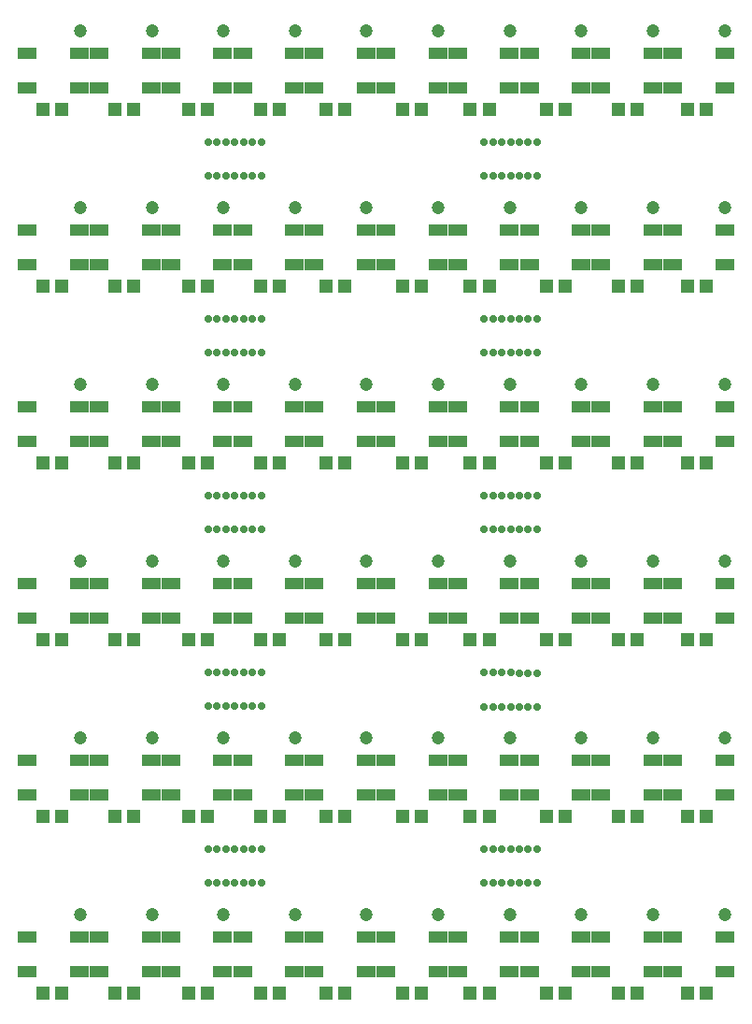
<source format=gts>
G04*
G04 #@! TF.GenerationSoftware,Altium Limited,Altium Designer,20.1.12 (249)*
G04*
G04 Layer_Color=8388736*
%FSLAX25Y25*%
%MOIN*%
G70*
G04*
G04 #@! TF.SameCoordinates,880ED213-D7CF-42DA-8A1E-0FEEA66E8632*
G04*
G04*
G04 #@! TF.FilePolarity,Negative*
G04*
G01*
G75*
%ADD25C,0.04737*%
%ADD26R,0.06706X0.04343*%
%ADD27R,0.05131X0.04737*%
%ADD28C,0.02769*%
D25*
X150175Y39764D02*
D03*
X175722D02*
D03*
X201269D02*
D03*
X226815D02*
D03*
X124628D02*
D03*
X22441D02*
D03*
X47988D02*
D03*
X73535D02*
D03*
X99081D02*
D03*
X252362D02*
D03*
X150175Y102756D02*
D03*
X175722D02*
D03*
X201269D02*
D03*
X226815D02*
D03*
X124628D02*
D03*
X22441D02*
D03*
X47988D02*
D03*
X73535D02*
D03*
X99081D02*
D03*
X252362D02*
D03*
X150175Y165748D02*
D03*
X175722D02*
D03*
X201269D02*
D03*
X226815D02*
D03*
X124628D02*
D03*
X22441D02*
D03*
X47988D02*
D03*
X73535D02*
D03*
X99081D02*
D03*
X252362D02*
D03*
X150175Y228740D02*
D03*
X175722D02*
D03*
X201269D02*
D03*
X226815D02*
D03*
X124628D02*
D03*
X22441D02*
D03*
X47988D02*
D03*
X73535D02*
D03*
X99081D02*
D03*
X252362D02*
D03*
X150175Y291732D02*
D03*
X175722D02*
D03*
X201269D02*
D03*
X226815D02*
D03*
X124628D02*
D03*
X22441D02*
D03*
X47988D02*
D03*
X73535D02*
D03*
X99081D02*
D03*
X252362D02*
D03*
X150175Y354724D02*
D03*
X175722D02*
D03*
X201269D02*
D03*
X226815D02*
D03*
X124628D02*
D03*
X22441D02*
D03*
X47988D02*
D03*
X73535D02*
D03*
X99081D02*
D03*
X252362D02*
D03*
D26*
X208268Y31890D02*
D03*
Y19291D02*
D03*
X226772D02*
D03*
Y31890D02*
D03*
X182677D02*
D03*
Y19291D02*
D03*
X201181D02*
D03*
Y31890D02*
D03*
X157087D02*
D03*
Y19291D02*
D03*
X175591D02*
D03*
Y31890D02*
D03*
X131496D02*
D03*
Y19291D02*
D03*
X150000D02*
D03*
Y31890D02*
D03*
X105905D02*
D03*
Y19291D02*
D03*
X124409D02*
D03*
Y31890D02*
D03*
X80315D02*
D03*
Y19291D02*
D03*
X98819D02*
D03*
Y31890D02*
D03*
X54724D02*
D03*
Y19291D02*
D03*
X73228D02*
D03*
Y31890D02*
D03*
X29134D02*
D03*
Y19291D02*
D03*
X47638D02*
D03*
Y31890D02*
D03*
X233858D02*
D03*
Y19291D02*
D03*
X252362D02*
D03*
Y31890D02*
D03*
X3543D02*
D03*
Y19291D02*
D03*
X22047D02*
D03*
Y31890D02*
D03*
X208268Y94882D02*
D03*
Y82284D02*
D03*
X226772D02*
D03*
Y94882D02*
D03*
X182677D02*
D03*
Y82284D02*
D03*
X201181D02*
D03*
Y94882D02*
D03*
X157087D02*
D03*
Y82284D02*
D03*
X175591D02*
D03*
Y94882D02*
D03*
X131496D02*
D03*
Y82284D02*
D03*
X150000D02*
D03*
Y94882D02*
D03*
X105905D02*
D03*
Y82284D02*
D03*
X124409D02*
D03*
Y94882D02*
D03*
X80315D02*
D03*
Y82284D02*
D03*
X98819D02*
D03*
Y94882D02*
D03*
X54724D02*
D03*
Y82284D02*
D03*
X73228D02*
D03*
Y94882D02*
D03*
X29134D02*
D03*
Y82284D02*
D03*
X47638D02*
D03*
Y94882D02*
D03*
X233858D02*
D03*
Y82284D02*
D03*
X252362D02*
D03*
Y94882D02*
D03*
X3543D02*
D03*
Y82284D02*
D03*
X22047D02*
D03*
Y94882D02*
D03*
X208268Y157874D02*
D03*
Y145276D02*
D03*
X226772D02*
D03*
Y157874D02*
D03*
X182677D02*
D03*
Y145276D02*
D03*
X201181D02*
D03*
Y157874D02*
D03*
X157087D02*
D03*
Y145276D02*
D03*
X175591D02*
D03*
Y157874D02*
D03*
X131496D02*
D03*
Y145276D02*
D03*
X150000D02*
D03*
Y157874D02*
D03*
X105905D02*
D03*
Y145276D02*
D03*
X124409D02*
D03*
Y157874D02*
D03*
X80315D02*
D03*
Y145276D02*
D03*
X98819D02*
D03*
Y157874D02*
D03*
X54724D02*
D03*
Y145276D02*
D03*
X73228D02*
D03*
Y157874D02*
D03*
X29134D02*
D03*
Y145276D02*
D03*
X47638D02*
D03*
Y157874D02*
D03*
X233858D02*
D03*
Y145276D02*
D03*
X252362D02*
D03*
Y157874D02*
D03*
X3543D02*
D03*
Y145276D02*
D03*
X22047D02*
D03*
Y157874D02*
D03*
X208268Y220866D02*
D03*
Y208268D02*
D03*
X226772D02*
D03*
Y220866D02*
D03*
X182677D02*
D03*
Y208268D02*
D03*
X201181D02*
D03*
Y220866D02*
D03*
X157087D02*
D03*
Y208268D02*
D03*
X175591D02*
D03*
Y220866D02*
D03*
X131496D02*
D03*
Y208268D02*
D03*
X150000D02*
D03*
Y220866D02*
D03*
X105905D02*
D03*
Y208268D02*
D03*
X124409D02*
D03*
Y220866D02*
D03*
X80315D02*
D03*
Y208268D02*
D03*
X98819D02*
D03*
Y220866D02*
D03*
X54724D02*
D03*
Y208268D02*
D03*
X73228D02*
D03*
Y220866D02*
D03*
X29134D02*
D03*
Y208268D02*
D03*
X47638D02*
D03*
Y220866D02*
D03*
X233858D02*
D03*
Y208268D02*
D03*
X252362D02*
D03*
Y220866D02*
D03*
X3543D02*
D03*
Y208268D02*
D03*
X22047D02*
D03*
Y220866D02*
D03*
X208268Y283858D02*
D03*
Y271260D02*
D03*
X226772D02*
D03*
Y283858D02*
D03*
X182677D02*
D03*
Y271260D02*
D03*
X201181D02*
D03*
Y283858D02*
D03*
X157087D02*
D03*
Y271260D02*
D03*
X175591D02*
D03*
Y283858D02*
D03*
X131496D02*
D03*
Y271260D02*
D03*
X150000D02*
D03*
Y283858D02*
D03*
X105905D02*
D03*
Y271260D02*
D03*
X124409D02*
D03*
Y283858D02*
D03*
X80315D02*
D03*
Y271260D02*
D03*
X98819D02*
D03*
Y283858D02*
D03*
X54724D02*
D03*
Y271260D02*
D03*
X73228D02*
D03*
Y283858D02*
D03*
X29134D02*
D03*
Y271260D02*
D03*
X47638D02*
D03*
Y283858D02*
D03*
X233858D02*
D03*
Y271260D02*
D03*
X252362D02*
D03*
Y283858D02*
D03*
X3543D02*
D03*
Y271260D02*
D03*
X22047D02*
D03*
Y283858D02*
D03*
X208268Y346850D02*
D03*
Y334252D02*
D03*
X226772D02*
D03*
Y346850D02*
D03*
X182677D02*
D03*
Y334252D02*
D03*
X201181D02*
D03*
Y346850D02*
D03*
X157087D02*
D03*
Y334252D02*
D03*
X175591D02*
D03*
Y346850D02*
D03*
X131496D02*
D03*
Y334252D02*
D03*
X150000D02*
D03*
Y346850D02*
D03*
X105905D02*
D03*
Y334252D02*
D03*
X124409D02*
D03*
Y346850D02*
D03*
X80315D02*
D03*
Y334252D02*
D03*
X98819D02*
D03*
Y346850D02*
D03*
X54724D02*
D03*
Y334252D02*
D03*
X73228D02*
D03*
Y346850D02*
D03*
X29134D02*
D03*
Y334252D02*
D03*
X47638D02*
D03*
Y346850D02*
D03*
X233858D02*
D03*
Y334252D02*
D03*
X252362D02*
D03*
Y346850D02*
D03*
X3543D02*
D03*
Y334252D02*
D03*
X22047D02*
D03*
Y346850D02*
D03*
D27*
X214370Y11811D02*
D03*
X221063D02*
D03*
X188779D02*
D03*
X195472D02*
D03*
X239173D02*
D03*
X245866D02*
D03*
X161614D02*
D03*
X168307D02*
D03*
X137598D02*
D03*
X144291D02*
D03*
X110039D02*
D03*
X116732D02*
D03*
X86811D02*
D03*
X93504D02*
D03*
X61221D02*
D03*
X67913D02*
D03*
X34843D02*
D03*
X41535D02*
D03*
X9252D02*
D03*
X15945D02*
D03*
X214370Y74803D02*
D03*
X221063D02*
D03*
X188779D02*
D03*
X195472D02*
D03*
X239173D02*
D03*
X245866D02*
D03*
X161614D02*
D03*
X168307D02*
D03*
X137598D02*
D03*
X144291D02*
D03*
X110039D02*
D03*
X116732D02*
D03*
X86811D02*
D03*
X93504D02*
D03*
X61221D02*
D03*
X67913D02*
D03*
X34843D02*
D03*
X41535D02*
D03*
X9252D02*
D03*
X15945D02*
D03*
X214370Y137795D02*
D03*
X221063D02*
D03*
X188779D02*
D03*
X195472D02*
D03*
X239173D02*
D03*
X245866D02*
D03*
X161614D02*
D03*
X168307D02*
D03*
X137598D02*
D03*
X144291D02*
D03*
X110039D02*
D03*
X116732D02*
D03*
X86811D02*
D03*
X93504D02*
D03*
X61221D02*
D03*
X67913D02*
D03*
X34843D02*
D03*
X41535D02*
D03*
X9252D02*
D03*
X15945D02*
D03*
X214370Y200787D02*
D03*
X221063D02*
D03*
X188779D02*
D03*
X195472D02*
D03*
X239173D02*
D03*
X245866D02*
D03*
X161614D02*
D03*
X168307D02*
D03*
X137598D02*
D03*
X144291D02*
D03*
X110039D02*
D03*
X116732D02*
D03*
X86811D02*
D03*
X93504D02*
D03*
X61221D02*
D03*
X67913D02*
D03*
X34843D02*
D03*
X41535D02*
D03*
X9252D02*
D03*
X15945D02*
D03*
X214370Y263779D02*
D03*
X221063D02*
D03*
X188779D02*
D03*
X195472D02*
D03*
X239173D02*
D03*
X245866D02*
D03*
X161614D02*
D03*
X168307D02*
D03*
X137598D02*
D03*
X144291D02*
D03*
X110039D02*
D03*
X116732D02*
D03*
X86811D02*
D03*
X93504D02*
D03*
X61221D02*
D03*
X67913D02*
D03*
X34843D02*
D03*
X41535D02*
D03*
X9252D02*
D03*
X15945D02*
D03*
X214370Y326772D02*
D03*
X221063D02*
D03*
X188779D02*
D03*
X195472D02*
D03*
X239173D02*
D03*
X245866D02*
D03*
X161614D02*
D03*
X168307D02*
D03*
X137598D02*
D03*
X144291D02*
D03*
X110039D02*
D03*
X116732D02*
D03*
X86811D02*
D03*
X93504D02*
D03*
X61221D02*
D03*
X67913D02*
D03*
X34843D02*
D03*
X41535D02*
D03*
X9252D02*
D03*
X15945D02*
D03*
D28*
X179134Y62992D02*
D03*
X182283D02*
D03*
X185433D02*
D03*
X179134Y51181D02*
D03*
X182283D02*
D03*
X185433D02*
D03*
X80709Y62992D02*
D03*
X83858D02*
D03*
X87008D02*
D03*
X80709Y51181D02*
D03*
X83858D02*
D03*
X87008D02*
D03*
X80709Y125984D02*
D03*
X83858D02*
D03*
X87008D02*
D03*
X80709Y114173D02*
D03*
X83858D02*
D03*
X87008D02*
D03*
X179140Y125695D02*
D03*
X182290D02*
D03*
X185439D02*
D03*
X179140Y113884D02*
D03*
X182290D02*
D03*
X185439D02*
D03*
X179134Y188976D02*
D03*
X182283D02*
D03*
X185433D02*
D03*
X179134Y177165D02*
D03*
X182283D02*
D03*
X185433D02*
D03*
X80709Y188976D02*
D03*
X83858D02*
D03*
X87008D02*
D03*
X80709Y177165D02*
D03*
X83858D02*
D03*
X87008D02*
D03*
X80709Y251969D02*
D03*
X83858D02*
D03*
X87008D02*
D03*
X80709Y240158D02*
D03*
X83858D02*
D03*
X87008D02*
D03*
X179134Y251969D02*
D03*
X182283D02*
D03*
X185433D02*
D03*
X179134Y240158D02*
D03*
X182283D02*
D03*
X185433D02*
D03*
X179134Y314961D02*
D03*
X182283D02*
D03*
X185433D02*
D03*
X179134Y303150D02*
D03*
X182283D02*
D03*
X185433D02*
D03*
X87008D02*
D03*
X83858D02*
D03*
X80709D02*
D03*
X87008Y314961D02*
D03*
X83858D02*
D03*
X80709D02*
D03*
X77559Y51181D02*
D03*
X74410D02*
D03*
X71260D02*
D03*
X68110D02*
D03*
X68110Y62992D02*
D03*
X71260D02*
D03*
X74410D02*
D03*
X77559D02*
D03*
X166535D02*
D03*
X169685D02*
D03*
X172835D02*
D03*
X175984D02*
D03*
X175984Y51181D02*
D03*
X172835D02*
D03*
X169685D02*
D03*
X166535D02*
D03*
X175990Y113884D02*
D03*
X172841D02*
D03*
X169691D02*
D03*
X166542D02*
D03*
X166535Y125984D02*
D03*
X169685D02*
D03*
X172835D02*
D03*
X175984D02*
D03*
X77559Y114173D02*
D03*
X74410D02*
D03*
X71260D02*
D03*
X68110D02*
D03*
X68110Y125984D02*
D03*
X71260D02*
D03*
X74410D02*
D03*
X77559D02*
D03*
X68110Y188976D02*
D03*
X71260D02*
D03*
X74410D02*
D03*
X77559D02*
D03*
X77559Y177165D02*
D03*
X74410D02*
D03*
X71260D02*
D03*
X68110D02*
D03*
X175984D02*
D03*
X172835D02*
D03*
X169685D02*
D03*
X166535D02*
D03*
X166535Y188976D02*
D03*
X169685D02*
D03*
X172835D02*
D03*
X175984D02*
D03*
X166535Y251969D02*
D03*
X169685D02*
D03*
X172835D02*
D03*
X175984D02*
D03*
X175984Y240158D02*
D03*
X172835D02*
D03*
X169685D02*
D03*
X166535D02*
D03*
X77559D02*
D03*
X74410D02*
D03*
X71260D02*
D03*
X68110D02*
D03*
X68110Y251969D02*
D03*
X71260D02*
D03*
X74410D02*
D03*
X77559D02*
D03*
X166535Y314961D02*
D03*
X169685D02*
D03*
X172835D02*
D03*
X175984D02*
D03*
X175984Y303150D02*
D03*
X172835D02*
D03*
X169685D02*
D03*
X166535D02*
D03*
X77559D02*
D03*
X74410D02*
D03*
X71260D02*
D03*
X68110D02*
D03*
X77559Y314961D02*
D03*
X74410D02*
D03*
X71260D02*
D03*
X68110D02*
D03*
M02*

</source>
